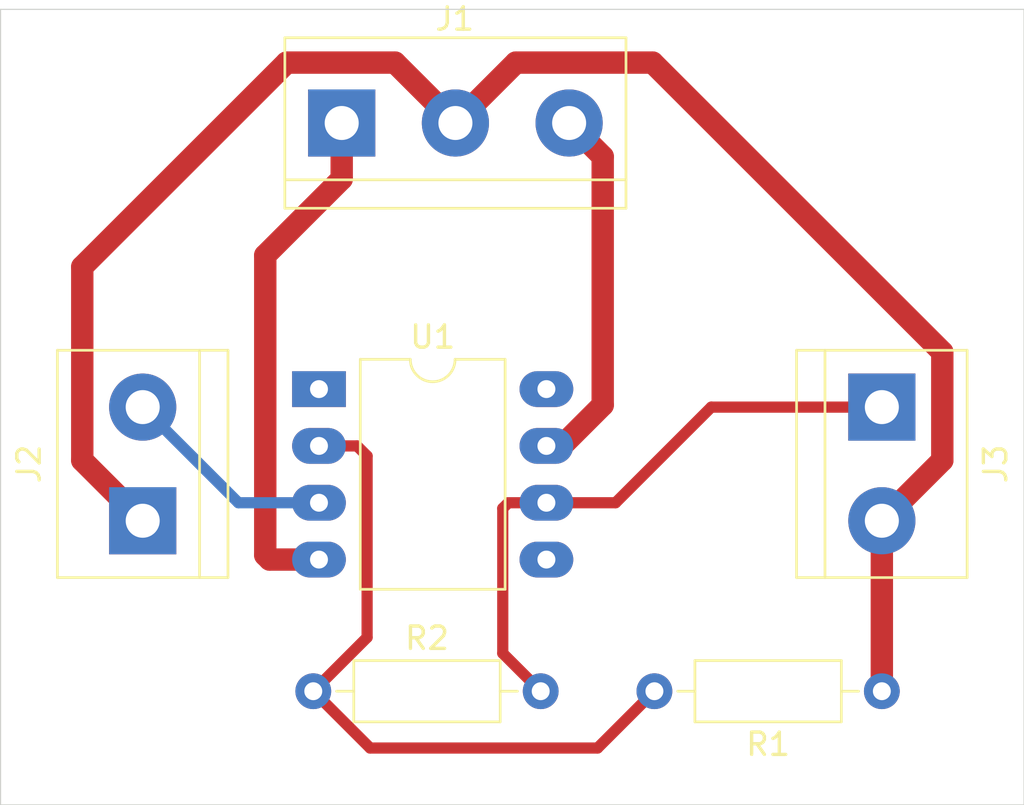
<source format=kicad_pcb>
(kicad_pcb (version 20171130) (host pcbnew "(5.1.6)-1")

  (general
    (thickness 1.6)
    (drawings 4)
    (tracks 36)
    (zones 0)
    (modules 6)
    (nets 10)
  )

  (page A4)
  (layers
    (0 F.Cu signal)
    (31 B.Cu signal)
    (32 B.Adhes user)
    (33 F.Adhes user)
    (34 B.Paste user)
    (35 F.Paste user)
    (36 B.SilkS user)
    (37 F.SilkS user)
    (38 B.Mask user)
    (39 F.Mask user)
    (40 Dwgs.User user)
    (41 Cmts.User user)
    (42 Eco1.User user)
    (43 Eco2.User user)
    (44 Edge.Cuts user)
    (45 Margin user)
    (46 B.CrtYd user)
    (47 F.CrtYd user)
    (48 B.Fab user)
    (49 F.Fab user)
  )

  (setup
    (last_trace_width 2)
    (user_trace_width 2)
    (trace_clearance 0.5)
    (zone_clearance 0.508)
    (zone_45_only no)
    (trace_min 0.2)
    (via_size 0.8)
    (via_drill 0.4)
    (via_min_size 0.4)
    (via_min_drill 0.3)
    (uvia_size 0.3)
    (uvia_drill 0.1)
    (uvias_allowed no)
    (uvia_min_size 0.2)
    (uvia_min_drill 0.1)
    (edge_width 0.05)
    (segment_width 0.2)
    (pcb_text_width 0.3)
    (pcb_text_size 1.5 1.5)
    (mod_edge_width 0.12)
    (mod_text_size 1 1)
    (mod_text_width 0.15)
    (pad_size 1.524 1.524)
    (pad_drill 0.762)
    (pad_to_mask_clearance 0.05)
    (aux_axis_origin 0 0)
    (visible_elements FFFFFF7F)
    (pcbplotparams
      (layerselection 0x010f0_ffffffff)
      (usegerberextensions false)
      (usegerberattributes false)
      (usegerberadvancedattributes false)
      (creategerberjobfile false)
      (excludeedgelayer true)
      (linewidth 0.100000)
      (plotframeref false)
      (viasonmask false)
      (mode 1)
      (useauxorigin false)
      (hpglpennumber 1)
      (hpglpenspeed 20)
      (hpglpendiameter 15.000000)
      (psnegative false)
      (psa4output false)
      (plotreference true)
      (plotvalue false)
      (plotinvisibletext false)
      (padsonsilk true)
      (subtractmaskfromsilk false)
      (outputformat 1)
      (mirror false)
      (drillshape 0)
      (scaleselection 1)
      (outputdirectory "gerber/"))
  )

  (net 0 "")
  (net 1 -5V)
  (net 2 GND)
  (net 3 +5V)
  (net 4 "Net-(J2-Pad2)")
  (net 5 "Net-(J3-Pad1)")
  (net 6 "Net-(R1-Pad2)")
  (net 7 "Net-(U1-Pad1)")
  (net 8 "Net-(U1-Pad5)")
  (net 9 "Net-(U1-Pad8)")

  (net_class Default "This is the default net class."
    (clearance 0.5)
    (trace_width 0.5)
    (via_dia 0.8)
    (via_drill 0.4)
    (uvia_dia 0.3)
    (uvia_drill 0.1)
    (add_net "Net-(J2-Pad2)")
    (add_net "Net-(J3-Pad1)")
    (add_net "Net-(R1-Pad2)")
    (add_net "Net-(U1-Pad1)")
    (add_net "Net-(U1-Pad5)")
    (add_net "Net-(U1-Pad8)")
  )

  (net_class Dt ""
    (clearance 0.7)
    (trace_width 1)
    (via_dia 0.8)
    (via_drill 0.4)
    (uvia_dia 0.3)
    (uvia_drill 0.1)
    (add_net +5V)
    (add_net -5V)
    (add_net GND)
  )

  (module TerminalBlock:TerminalBlock_bornier-3_P5.08mm (layer F.Cu) (tedit 59FF03B9) (tstamp 5F1C3CA9)
    (at 83.82 62.23)
    (descr "simple 3-pin terminal block, pitch 5.08mm, revamped version of bornier3")
    (tags "terminal block bornier3")
    (path /5F1BC39F)
    (fp_text reference J1 (at 5.05 -4.65) (layer F.SilkS)
      (effects (font (size 1 1) (thickness 0.15)))
    )
    (fp_text value Screw_Terminal_01x03 (at 5.08 5.08) (layer F.Fab)
      (effects (font (size 1 1) (thickness 0.15)))
    )
    (fp_line (start 12.88 4) (end -2.72 4) (layer F.CrtYd) (width 0.05))
    (fp_line (start 12.88 4) (end 12.88 -4) (layer F.CrtYd) (width 0.05))
    (fp_line (start -2.72 -4) (end -2.72 4) (layer F.CrtYd) (width 0.05))
    (fp_line (start -2.72 -4) (end 12.88 -4) (layer F.CrtYd) (width 0.05))
    (fp_line (start -2.54 3.81) (end 12.7 3.81) (layer F.SilkS) (width 0.12))
    (fp_line (start -2.54 -3.81) (end 12.7 -3.81) (layer F.SilkS) (width 0.12))
    (fp_line (start -2.54 2.54) (end 12.7 2.54) (layer F.SilkS) (width 0.12))
    (fp_line (start 12.7 3.81) (end 12.7 -3.81) (layer F.SilkS) (width 0.12))
    (fp_line (start -2.54 3.81) (end -2.54 -3.81) (layer F.SilkS) (width 0.12))
    (fp_line (start -2.47 3.75) (end -2.47 -3.75) (layer F.Fab) (width 0.1))
    (fp_line (start 12.63 3.75) (end -2.47 3.75) (layer F.Fab) (width 0.1))
    (fp_line (start 12.63 -3.75) (end 12.63 3.75) (layer F.Fab) (width 0.1))
    (fp_line (start -2.47 -3.75) (end 12.63 -3.75) (layer F.Fab) (width 0.1))
    (fp_line (start -2.47 2.55) (end 12.63 2.55) (layer F.Fab) (width 0.1))
    (fp_text user %R (at 5.08 0) (layer F.Fab)
      (effects (font (size 1 1) (thickness 0.15)))
    )
    (pad 1 thru_hole rect (at 0 0) (size 3 3) (drill 1.52) (layers *.Cu *.Mask)
      (net 1 -5V))
    (pad 2 thru_hole circle (at 5.08 0) (size 3 3) (drill 1.52) (layers *.Cu *.Mask)
      (net 2 GND))
    (pad 3 thru_hole circle (at 10.16 0) (size 3 3) (drill 1.52) (layers *.Cu *.Mask)
      (net 3 +5V))
    (model ${KISYS3DMOD}/TerminalBlock.3dshapes/TerminalBlock_bornier-3_P5.08mm.wrl
      (offset (xyz 5.079999923706055 0 0))
      (scale (xyz 1 1 1))
      (rotate (xyz 0 0 0))
    )
  )

  (module TerminalBlock:TerminalBlock_bornier-2_P5.08mm (layer F.Cu) (tedit 59FF03AB) (tstamp 5F1C3A28)
    (at 74.93 80.01 90)
    (descr "simple 2-pin terminal block, pitch 5.08mm, revamped version of bornier2")
    (tags "terminal block bornier2")
    (path /5F1BE393)
    (fp_text reference J2 (at 2.54 -5.08 90) (layer F.SilkS)
      (effects (font (size 1 1) (thickness 0.15)))
    )
    (fp_text value Screw_Terminal_01x02 (at 2.54 5.08 90) (layer F.Fab)
      (effects (font (size 1 1) (thickness 0.15)))
    )
    (fp_text user %R (at 2.54 0 90) (layer F.Fab)
      (effects (font (size 1 1) (thickness 0.15)))
    )
    (fp_line (start -2.41 2.55) (end 7.49 2.55) (layer F.Fab) (width 0.1))
    (fp_line (start -2.46 -3.75) (end -2.46 3.75) (layer F.Fab) (width 0.1))
    (fp_line (start -2.46 3.75) (end 7.54 3.75) (layer F.Fab) (width 0.1))
    (fp_line (start 7.54 3.75) (end 7.54 -3.75) (layer F.Fab) (width 0.1))
    (fp_line (start 7.54 -3.75) (end -2.46 -3.75) (layer F.Fab) (width 0.1))
    (fp_line (start 7.62 2.54) (end -2.54 2.54) (layer F.SilkS) (width 0.12))
    (fp_line (start 7.62 3.81) (end 7.62 -3.81) (layer F.SilkS) (width 0.12))
    (fp_line (start 7.62 -3.81) (end -2.54 -3.81) (layer F.SilkS) (width 0.12))
    (fp_line (start -2.54 -3.81) (end -2.54 3.81) (layer F.SilkS) (width 0.12))
    (fp_line (start -2.54 3.81) (end 7.62 3.81) (layer F.SilkS) (width 0.12))
    (fp_line (start -2.71 -4) (end 7.79 -4) (layer F.CrtYd) (width 0.05))
    (fp_line (start -2.71 -4) (end -2.71 4) (layer F.CrtYd) (width 0.05))
    (fp_line (start 7.79 4) (end 7.79 -4) (layer F.CrtYd) (width 0.05))
    (fp_line (start 7.79 4) (end -2.71 4) (layer F.CrtYd) (width 0.05))
    (pad 2 thru_hole circle (at 5.08 0 90) (size 3 3) (drill 1.52) (layers *.Cu *.Mask)
      (net 4 "Net-(J2-Pad2)"))
    (pad 1 thru_hole rect (at 0 0 90) (size 3 3) (drill 1.52) (layers *.Cu *.Mask)
      (net 2 GND))
    (model ${KISYS3DMOD}/TerminalBlock.3dshapes/TerminalBlock_bornier-2_P5.08mm.wrl
      (offset (xyz 2.539999961853027 0 0))
      (scale (xyz 1 1 1))
      (rotate (xyz 0 0 0))
    )
  )

  (module TerminalBlock:TerminalBlock_bornier-2_P5.08mm (layer F.Cu) (tedit 59FF03AB) (tstamp 5F1C3A3D)
    (at 107.95 74.93 270)
    (descr "simple 2-pin terminal block, pitch 5.08mm, revamped version of bornier2")
    (tags "terminal block bornier2")
    (path /5F1BBCEE)
    (fp_text reference J3 (at 2.54 -5.08 90) (layer F.SilkS)
      (effects (font (size 1 1) (thickness 0.15)))
    )
    (fp_text value Screw_Terminal_01x02 (at 2.54 5.08 90) (layer F.Fab)
      (effects (font (size 1 1) (thickness 0.15)))
    )
    (fp_line (start 7.79 4) (end -2.71 4) (layer F.CrtYd) (width 0.05))
    (fp_line (start 7.79 4) (end 7.79 -4) (layer F.CrtYd) (width 0.05))
    (fp_line (start -2.71 -4) (end -2.71 4) (layer F.CrtYd) (width 0.05))
    (fp_line (start -2.71 -4) (end 7.79 -4) (layer F.CrtYd) (width 0.05))
    (fp_line (start -2.54 3.81) (end 7.62 3.81) (layer F.SilkS) (width 0.12))
    (fp_line (start -2.54 -3.81) (end -2.54 3.81) (layer F.SilkS) (width 0.12))
    (fp_line (start 7.62 -3.81) (end -2.54 -3.81) (layer F.SilkS) (width 0.12))
    (fp_line (start 7.62 3.81) (end 7.62 -3.81) (layer F.SilkS) (width 0.12))
    (fp_line (start 7.62 2.54) (end -2.54 2.54) (layer F.SilkS) (width 0.12))
    (fp_line (start 7.54 -3.75) (end -2.46 -3.75) (layer F.Fab) (width 0.1))
    (fp_line (start 7.54 3.75) (end 7.54 -3.75) (layer F.Fab) (width 0.1))
    (fp_line (start -2.46 3.75) (end 7.54 3.75) (layer F.Fab) (width 0.1))
    (fp_line (start -2.46 -3.75) (end -2.46 3.75) (layer F.Fab) (width 0.1))
    (fp_line (start -2.41 2.55) (end 7.49 2.55) (layer F.Fab) (width 0.1))
    (fp_text user %R (at 2.54 0 90) (layer F.Fab)
      (effects (font (size 1 1) (thickness 0.15)))
    )
    (pad 1 thru_hole rect (at 0 0 270) (size 3 3) (drill 1.52) (layers *.Cu *.Mask)
      (net 5 "Net-(J3-Pad1)"))
    (pad 2 thru_hole circle (at 5.08 0 270) (size 3 3) (drill 1.52) (layers *.Cu *.Mask)
      (net 2 GND))
    (model ${KISYS3DMOD}/TerminalBlock.3dshapes/TerminalBlock_bornier-2_P5.08mm.wrl
      (offset (xyz 2.539999961853027 0 0))
      (scale (xyz 1 1 1))
      (rotate (xyz 0 0 0))
    )
  )

  (module Resistor_THT:R_Axial_DIN0207_L6.3mm_D2.5mm_P10.16mm_Horizontal (layer F.Cu) (tedit 5AE5139B) (tstamp 5F1C422B)
    (at 107.95 87.63 180)
    (descr "Resistor, Axial_DIN0207 series, Axial, Horizontal, pin pitch=10.16mm, 0.25W = 1/4W, length*diameter=6.3*2.5mm^2, http://cdn-reichelt.de/documents/datenblatt/B400/1_4W%23YAG.pdf")
    (tags "Resistor Axial_DIN0207 series Axial Horizontal pin pitch 10.16mm 0.25W = 1/4W length 6.3mm diameter 2.5mm")
    (path /5F1C1167)
    (fp_text reference R1 (at 5.08 -2.37) (layer F.SilkS)
      (effects (font (size 1 1) (thickness 0.15)))
    )
    (fp_text value R (at 5.08 2.37) (layer F.Fab)
      (effects (font (size 1 1) (thickness 0.15)))
    )
    (fp_text user %R (at 5.08 0) (layer F.Fab)
      (effects (font (size 1 1) (thickness 0.15)))
    )
    (fp_line (start 1.93 -1.25) (end 1.93 1.25) (layer F.Fab) (width 0.1))
    (fp_line (start 1.93 1.25) (end 8.23 1.25) (layer F.Fab) (width 0.1))
    (fp_line (start 8.23 1.25) (end 8.23 -1.25) (layer F.Fab) (width 0.1))
    (fp_line (start 8.23 -1.25) (end 1.93 -1.25) (layer F.Fab) (width 0.1))
    (fp_line (start 0 0) (end 1.93 0) (layer F.Fab) (width 0.1))
    (fp_line (start 10.16 0) (end 8.23 0) (layer F.Fab) (width 0.1))
    (fp_line (start 1.81 -1.37) (end 1.81 1.37) (layer F.SilkS) (width 0.12))
    (fp_line (start 1.81 1.37) (end 8.35 1.37) (layer F.SilkS) (width 0.12))
    (fp_line (start 8.35 1.37) (end 8.35 -1.37) (layer F.SilkS) (width 0.12))
    (fp_line (start 8.35 -1.37) (end 1.81 -1.37) (layer F.SilkS) (width 0.12))
    (fp_line (start 1.04 0) (end 1.81 0) (layer F.SilkS) (width 0.12))
    (fp_line (start 9.12 0) (end 8.35 0) (layer F.SilkS) (width 0.12))
    (fp_line (start -1.05 -1.5) (end -1.05 1.5) (layer F.CrtYd) (width 0.05))
    (fp_line (start -1.05 1.5) (end 11.21 1.5) (layer F.CrtYd) (width 0.05))
    (fp_line (start 11.21 1.5) (end 11.21 -1.5) (layer F.CrtYd) (width 0.05))
    (fp_line (start 11.21 -1.5) (end -1.05 -1.5) (layer F.CrtYd) (width 0.05))
    (pad 2 thru_hole oval (at 10.16 0 180) (size 1.6 1.6) (drill 0.8) (layers *.Cu *.Mask)
      (net 6 "Net-(R1-Pad2)"))
    (pad 1 thru_hole circle (at 0 0 180) (size 1.6 1.6) (drill 0.8) (layers *.Cu *.Mask)
      (net 2 GND))
    (model ${KISYS3DMOD}/Resistor_THT.3dshapes/R_Axial_DIN0207_L6.3mm_D2.5mm_P10.16mm_Horizontal.wrl
      (at (xyz 0 0 0))
      (scale (xyz 1 1 1))
      (rotate (xyz 0 0 0))
    )
  )

  (module Resistor_THT:R_Axial_DIN0207_L6.3mm_D2.5mm_P10.16mm_Horizontal (layer F.Cu) (tedit 5AE5139B) (tstamp 5F1C43BB)
    (at 82.55 87.63)
    (descr "Resistor, Axial_DIN0207 series, Axial, Horizontal, pin pitch=10.16mm, 0.25W = 1/4W, length*diameter=6.3*2.5mm^2, http://cdn-reichelt.de/documents/datenblatt/B400/1_4W%23YAG.pdf")
    (tags "Resistor Axial_DIN0207 series Axial Horizontal pin pitch 10.16mm 0.25W = 1/4W length 6.3mm diameter 2.5mm")
    (path /5F1C0828)
    (fp_text reference R2 (at 5.08 -2.37) (layer F.SilkS)
      (effects (font (size 1 1) (thickness 0.15)))
    )
    (fp_text value R (at 5.08 2.37) (layer F.Fab)
      (effects (font (size 1 1) (thickness 0.15)))
    )
    (fp_line (start 11.21 -1.5) (end -1.05 -1.5) (layer F.CrtYd) (width 0.05))
    (fp_line (start 11.21 1.5) (end 11.21 -1.5) (layer F.CrtYd) (width 0.05))
    (fp_line (start -1.05 1.5) (end 11.21 1.5) (layer F.CrtYd) (width 0.05))
    (fp_line (start -1.05 -1.5) (end -1.05 1.5) (layer F.CrtYd) (width 0.05))
    (fp_line (start 9.12 0) (end 8.35 0) (layer F.SilkS) (width 0.12))
    (fp_line (start 1.04 0) (end 1.81 0) (layer F.SilkS) (width 0.12))
    (fp_line (start 8.35 -1.37) (end 1.81 -1.37) (layer F.SilkS) (width 0.12))
    (fp_line (start 8.35 1.37) (end 8.35 -1.37) (layer F.SilkS) (width 0.12))
    (fp_line (start 1.81 1.37) (end 8.35 1.37) (layer F.SilkS) (width 0.12))
    (fp_line (start 1.81 -1.37) (end 1.81 1.37) (layer F.SilkS) (width 0.12))
    (fp_line (start 10.16 0) (end 8.23 0) (layer F.Fab) (width 0.1))
    (fp_line (start 0 0) (end 1.93 0) (layer F.Fab) (width 0.1))
    (fp_line (start 8.23 -1.25) (end 1.93 -1.25) (layer F.Fab) (width 0.1))
    (fp_line (start 8.23 1.25) (end 8.23 -1.25) (layer F.Fab) (width 0.1))
    (fp_line (start 1.93 1.25) (end 8.23 1.25) (layer F.Fab) (width 0.1))
    (fp_line (start 1.93 -1.25) (end 1.93 1.25) (layer F.Fab) (width 0.1))
    (fp_text user %R (at 5.08 0) (layer F.Fab)
      (effects (font (size 1 1) (thickness 0.15)))
    )
    (pad 1 thru_hole circle (at 0 0) (size 1.6 1.6) (drill 0.8) (layers *.Cu *.Mask)
      (net 6 "Net-(R1-Pad2)"))
    (pad 2 thru_hole oval (at 10.16 0) (size 1.6 1.6) (drill 0.8) (layers *.Cu *.Mask)
      (net 5 "Net-(J3-Pad1)"))
    (model ${KISYS3DMOD}/Resistor_THT.3dshapes/R_Axial_DIN0207_L6.3mm_D2.5mm_P10.16mm_Horizontal.wrl
      (at (xyz 0 0 0))
      (scale (xyz 1 1 1))
      (rotate (xyz 0 0 0))
    )
  )

  (module Package_DIP:DIP-8_W10.16mm_LongPads (layer F.Cu) (tedit 5A02E8C5) (tstamp 5F1C3A87)
    (at 82.805001 74.125001)
    (descr "8-lead though-hole mounted DIP package, row spacing 10.16 mm (400 mils), LongPads")
    (tags "THT DIP DIL PDIP 2.54mm 10.16mm 400mil LongPads")
    (path /5F1BB1AF)
    (fp_text reference U1 (at 5.08 -2.33) (layer F.SilkS)
      (effects (font (size 1 1) (thickness 0.15)))
    )
    (fp_text value OP07 (at 5.08 9.95) (layer F.Fab)
      (effects (font (size 1 1) (thickness 0.15)))
    )
    (fp_line (start 11.65 -1.55) (end -1.5 -1.55) (layer F.CrtYd) (width 0.05))
    (fp_line (start 11.65 9.15) (end 11.65 -1.55) (layer F.CrtYd) (width 0.05))
    (fp_line (start -1.5 9.15) (end 11.65 9.15) (layer F.CrtYd) (width 0.05))
    (fp_line (start -1.5 -1.55) (end -1.5 9.15) (layer F.CrtYd) (width 0.05))
    (fp_line (start 8.315 -1.33) (end 6.08 -1.33) (layer F.SilkS) (width 0.12))
    (fp_line (start 8.315 8.95) (end 8.315 -1.33) (layer F.SilkS) (width 0.12))
    (fp_line (start 1.845 8.95) (end 8.315 8.95) (layer F.SilkS) (width 0.12))
    (fp_line (start 1.845 -1.33) (end 1.845 8.95) (layer F.SilkS) (width 0.12))
    (fp_line (start 4.08 -1.33) (end 1.845 -1.33) (layer F.SilkS) (width 0.12))
    (fp_line (start 1.905 -0.27) (end 2.905 -1.27) (layer F.Fab) (width 0.1))
    (fp_line (start 1.905 8.89) (end 1.905 -0.27) (layer F.Fab) (width 0.1))
    (fp_line (start 8.255 8.89) (end 1.905 8.89) (layer F.Fab) (width 0.1))
    (fp_line (start 8.255 -1.27) (end 8.255 8.89) (layer F.Fab) (width 0.1))
    (fp_line (start 2.905 -1.27) (end 8.255 -1.27) (layer F.Fab) (width 0.1))
    (fp_arc (start 5.08 -1.33) (end 4.08 -1.33) (angle -180) (layer F.SilkS) (width 0.12))
    (fp_text user %R (at 5.08 3.81) (layer F.Fab)
      (effects (font (size 1 1) (thickness 0.15)))
    )
    (pad 1 thru_hole rect (at 0 0) (size 2.4 1.6) (drill 0.8) (layers *.Cu *.Mask)
      (net 7 "Net-(U1-Pad1)"))
    (pad 5 thru_hole oval (at 10.16 7.62) (size 2.4 1.6) (drill 0.8) (layers *.Cu *.Mask)
      (net 8 "Net-(U1-Pad5)"))
    (pad 2 thru_hole oval (at 0 2.54) (size 2.4 1.6) (drill 0.8) (layers *.Cu *.Mask)
      (net 6 "Net-(R1-Pad2)"))
    (pad 6 thru_hole oval (at 10.16 5.08) (size 2.4 1.6) (drill 0.8) (layers *.Cu *.Mask)
      (net 5 "Net-(J3-Pad1)"))
    (pad 3 thru_hole oval (at 0 5.08) (size 2.4 1.6) (drill 0.8) (layers *.Cu *.Mask)
      (net 4 "Net-(J2-Pad2)"))
    (pad 7 thru_hole oval (at 10.16 2.54) (size 2.4 1.6) (drill 0.8) (layers *.Cu *.Mask)
      (net 3 +5V))
    (pad 4 thru_hole oval (at 0 7.62) (size 2.4 1.6) (drill 0.8) (layers *.Cu *.Mask)
      (net 1 -5V))
    (pad 8 thru_hole oval (at 10.16 0) (size 2.4 1.6) (drill 0.8) (layers *.Cu *.Mask)
      (net 9 "Net-(U1-Pad8)"))
    (model ${KISYS3DMOD}/Package_DIP.3dshapes/DIP-8_W10.16mm.wrl
      (at (xyz 0 0 0))
      (scale (xyz 1 1 1))
      (rotate (xyz 0 0 0))
    )
  )

  (gr_line (start 114.3 57.15) (end 114.3 92.71) (layer Edge.Cuts) (width 0.05) (tstamp 5F1C465F))
  (gr_line (start 68.58 57.15) (end 114.3 57.15) (layer Edge.Cuts) (width 0.05))
  (gr_line (start 68.58 92.71) (end 68.58 57.15) (layer Edge.Cuts) (width 0.05))
  (gr_line (start 114.3 92.71) (end 68.58 92.71) (layer Edge.Cuts) (width 0.05))

  (segment (start 80.605001 81.745001) (end 82.805001 81.745001) (width 1) (layer F.Cu) (net 1))
  (segment (start 80.404991 68.145009) (end 80.404991 81.544991) (width 1) (layer F.Cu) (net 1))
  (segment (start 80.404991 81.544991) (end 80.605001 81.745001) (width 1) (layer F.Cu) (net 1))
  (segment (start 83.82 64.73) (end 80.404991 68.145009) (width 1) (layer F.Cu) (net 1))
  (segment (start 83.82 62.23) (end 83.82 64.73) (width 1) (layer F.Cu) (net 1))
  (segment (start 81.359999 59.529999) (end 72.229999 68.659999) (width 1) (layer F.Cu) (net 2))
  (segment (start 72.229999 77.309999) (end 74.93 80.01) (width 1) (layer F.Cu) (net 2))
  (segment (start 72.229999 68.659999) (end 72.229999 77.309999) (width 1) (layer F.Cu) (net 2))
  (segment (start 86.199999 59.529999) (end 81.359999 59.529999) (width 1) (layer F.Cu) (net 2))
  (segment (start 88.9 62.23) (end 86.199999 59.529999) (width 1) (layer F.Cu) (net 2))
  (segment (start 110.650001 77.309999) (end 107.95 80.01) (width 1) (layer F.Cu) (net 2))
  (segment (start 110.650001 72.469999) (end 110.650001 77.309999) (width 1) (layer F.Cu) (net 2))
  (segment (start 97.710001 59.529999) (end 110.650001 72.469999) (width 1) (layer F.Cu) (net 2))
  (segment (start 91.600001 59.529999) (end 97.710001 59.529999) (width 1) (layer F.Cu) (net 2))
  (segment (start 88.9 62.23) (end 91.600001 59.529999) (width 1) (layer F.Cu) (net 2))
  (segment (start 107.95 80.01) (end 107.95 87.63) (width 1) (layer F.Cu) (net 2))
  (segment (start 93.653442 76.665001) (end 92.965001 76.665001) (width 1) (layer F.Cu) (net 3))
  (segment (start 95.479999 63.729999) (end 95.479999 74.838444) (width 1) (layer F.Cu) (net 3))
  (segment (start 95.479999 74.838444) (end 93.653442 76.665001) (width 1) (layer F.Cu) (net 3))
  (segment (start 93.98 62.23) (end 95.479999 63.729999) (width 1) (layer F.Cu) (net 3))
  (segment (start 79.205001 79.205001) (end 82.805001 79.205001) (width 0.5) (layer B.Cu) (net 4))
  (segment (start 74.93 74.93) (end 79.205001 79.205001) (width 0.5) (layer B.Cu) (net 4))
  (segment (start 92.965001 79.205001) (end 96.054999 79.205001) (width 0.5) (layer F.Cu) (net 5))
  (segment (start 100.33 74.93) (end 107.95 74.93) (width 0.5) (layer F.Cu) (net 5))
  (segment (start 96.054999 79.205001) (end 100.33 74.93) (width 0.5) (layer F.Cu) (net 5))
  (segment (start 91.265001 79.205001) (end 92.965001 79.205001) (width 0.5) (layer F.Cu) (net 5))
  (segment (start 91.014991 79.455011) (end 91.265001 79.205001) (width 0.5) (layer F.Cu) (net 5))
  (segment (start 91.014991 85.934991) (end 91.014991 79.455011) (width 0.5) (layer F.Cu) (net 5))
  (segment (start 92.71 87.63) (end 91.014991 85.934991) (width 0.5) (layer F.Cu) (net 5))
  (segment (start 97.79 87.63) (end 95.25 90.17) (width 0.5) (layer F.Cu) (net 6))
  (segment (start 85.09 90.17) (end 82.55 87.63) (width 0.5) (layer F.Cu) (net 6))
  (segment (start 95.25 90.17) (end 85.09 90.17) (width 0.5) (layer F.Cu) (net 6))
  (segment (start 84.505001 76.665001) (end 82.805001 76.665001) (width 0.5) (layer F.Cu) (net 6))
  (segment (start 84.955011 77.115011) (end 84.505001 76.665001) (width 0.5) (layer F.Cu) (net 6))
  (segment (start 84.955011 85.224989) (end 84.955011 77.115011) (width 0.5) (layer F.Cu) (net 6))
  (segment (start 82.55 87.63) (end 84.955011 85.224989) (width 0.5) (layer F.Cu) (net 6))

)

</source>
